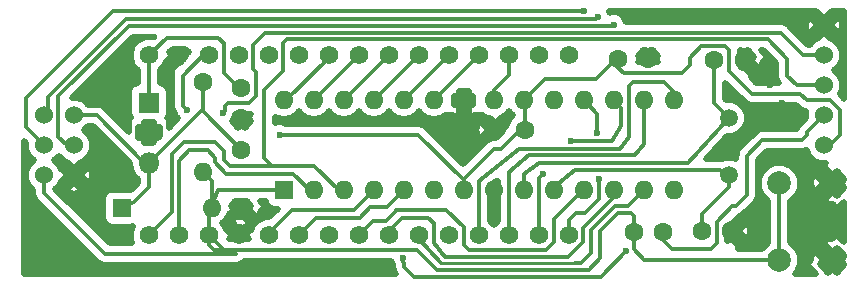
<source format=gbr>
G04 #@! TF.FileFunction,Copper,L2,Bot,Signal*
%FSLAX46Y46*%
G04 Gerber Fmt 4.6, Leading zero omitted, Abs format (unit mm)*
G04 Created by KiCad (PCBNEW 4.0.7) date 11/09/21 23:28:09*
%MOMM*%
%LPD*%
G01*
G04 APERTURE LIST*
%ADD10C,0.100000*%
%ADD11R,1.600000X1.600000*%
%ADD12O,1.600000X1.600000*%
%ADD13C,1.600000*%
%ADD14C,2.000000*%
%ADD15R,1.800000X1.800000*%
%ADD16O,1.800000X1.800000*%
%ADD17C,1.500000*%
%ADD18C,1.574800*%
%ADD19C,1.524000*%
%ADD20C,0.600000*%
%ADD21C,0.350000*%
%ADD22C,0.250000*%
%ADD23C,0.500000*%
G04 APERTURE END LIST*
D10*
D11*
X144780000Y-92710000D03*
D12*
X177800000Y-85090000D03*
X147320000Y-92710000D03*
X175260000Y-85090000D03*
X149860000Y-92710000D03*
X172720000Y-85090000D03*
X152400000Y-92710000D03*
X170180000Y-85090000D03*
X154940000Y-92710000D03*
X167640000Y-85090000D03*
X157480000Y-92710000D03*
X165100000Y-85090000D03*
X160020000Y-92710000D03*
X162560000Y-85090000D03*
X162560000Y-92710000D03*
X160020000Y-85090000D03*
X165100000Y-92710000D03*
X157480000Y-85090000D03*
X167640000Y-92710000D03*
X154940000Y-85090000D03*
X170180000Y-92710000D03*
X152400000Y-85090000D03*
X172720000Y-92710000D03*
X149860000Y-85090000D03*
X175260000Y-92710000D03*
X147320000Y-85090000D03*
X177800000Y-92710000D03*
X144780000Y-85090000D03*
D13*
X141190000Y-84060000D03*
X141190000Y-86560000D03*
X173100000Y-81580000D03*
X175600000Y-81580000D03*
X181230000Y-81670000D03*
X183730000Y-81670000D03*
X180170000Y-96180000D03*
X182670000Y-96180000D03*
X176900000Y-96200000D03*
X174400000Y-96200000D03*
D11*
X131060000Y-94220000D03*
D12*
X138680000Y-94220000D03*
D13*
X137910000Y-83540000D03*
D12*
X137910000Y-91160000D03*
D14*
X186720000Y-92120000D03*
X191220000Y-92120000D03*
X186720000Y-98620000D03*
X191220000Y-98620000D03*
D15*
X133360000Y-85270000D03*
D16*
X133360000Y-87810000D03*
X133360000Y-90350000D03*
D17*
X182460000Y-86560000D03*
X182460000Y-91440000D03*
D13*
X141180000Y-89270000D03*
X141180000Y-94270000D03*
D18*
X133350000Y-81280000D03*
X133350000Y-96520000D03*
X135890000Y-81280000D03*
X135890000Y-96520000D03*
X138430000Y-81280000D03*
X138430000Y-96520000D03*
X140970000Y-81280000D03*
X140970000Y-96520000D03*
X143510000Y-81280000D03*
X143510000Y-96520000D03*
X146050000Y-81280000D03*
X146050000Y-96520000D03*
X148590000Y-81280000D03*
X148590000Y-96520000D03*
X151130000Y-81280000D03*
X151130000Y-96520000D03*
X153670000Y-81280000D03*
X153670000Y-96520000D03*
X156210000Y-81280000D03*
X156210000Y-96520000D03*
X158750000Y-81280000D03*
X158750000Y-96520000D03*
X161290000Y-81280000D03*
X161290000Y-96520000D03*
X163830000Y-81280000D03*
X163830000Y-96520000D03*
X166370000Y-81280000D03*
X166370000Y-96520000D03*
X168910000Y-81280000D03*
X168910000Y-96520000D03*
D19*
X124460000Y-86360000D03*
X127000000Y-86360000D03*
X124460000Y-88900000D03*
X127000000Y-88900000D03*
X124460000Y-91440000D03*
X127000000Y-91440000D03*
X190500000Y-78740000D03*
X190500000Y-81280000D03*
X190500000Y-83820000D03*
X190500000Y-86360000D03*
X190500000Y-88900000D03*
D13*
X165160000Y-87600000D03*
X162660000Y-87600000D03*
D20*
X152550000Y-99240000D03*
X149900000Y-99260000D03*
X147570000Y-99110000D03*
X144890000Y-99150000D03*
X184150000Y-77724000D03*
X181864000Y-77724000D03*
X179950000Y-77750000D03*
X178310000Y-77770000D03*
X185714000Y-77762000D03*
X188254000Y-77762000D03*
X133790000Y-79710000D03*
X132380000Y-79940000D03*
X131590000Y-80630000D03*
X130480000Y-82280000D03*
X130230000Y-84180000D03*
X129750000Y-85600000D03*
X129250000Y-89520000D03*
X128750000Y-90830000D03*
X159980000Y-89920000D03*
X145460000Y-86810000D03*
X147800000Y-86810000D03*
X149840000Y-86780000D03*
X151600000Y-86870000D03*
X160290000Y-87840000D03*
X158480000Y-87030000D03*
X155540000Y-87090000D03*
X153560000Y-86980000D03*
X189484000Y-96520000D03*
X189484000Y-94488000D03*
X189484000Y-92456000D03*
X188976000Y-90932000D03*
X187960000Y-89916000D03*
X187960000Y-87376000D03*
X186944000Y-85344000D03*
X185928000Y-83820000D03*
X123670000Y-94690000D03*
X124460000Y-96520000D03*
X124968000Y-97536000D03*
X125984000Y-98552000D03*
X127508000Y-99060000D03*
X129032000Y-99568000D03*
X131064000Y-99060000D03*
X134250000Y-99080000D03*
X136700000Y-99060000D03*
X137668000Y-99060000D03*
X139700000Y-99060000D03*
X142180000Y-99050000D03*
X139590000Y-86170000D03*
X136570000Y-85920000D03*
X173760000Y-97880000D03*
X154890000Y-98450000D03*
X172700000Y-78680000D03*
X169090000Y-88490000D03*
X166680000Y-91310000D03*
X170220000Y-77480000D03*
X171370000Y-78030000D03*
X171330000Y-87810000D03*
X171460000Y-91740000D03*
X144410000Y-88000000D03*
D21*
X141190000Y-84060000D02*
X141000000Y-84060000D01*
X141000000Y-84060000D02*
X139670000Y-82730000D01*
X134850000Y-79780000D02*
X133350000Y-81280000D01*
X139180000Y-79780000D02*
X134850000Y-79780000D01*
X139670000Y-80270000D02*
X139180000Y-79780000D01*
X139670000Y-82730000D02*
X139670000Y-80270000D01*
X133360000Y-85270000D02*
X133360000Y-81290000D01*
X133360000Y-81290000D02*
X133350000Y-81280000D01*
X140540000Y-84050000D02*
X141190000Y-84060000D01*
X133350000Y-81280000D02*
X133350000Y-80640000D01*
X133200000Y-81430000D02*
X133350000Y-81280000D01*
X143810000Y-90610000D02*
X143750000Y-90610000D01*
X188220000Y-83820000D02*
X190500000Y-83820000D01*
X187410000Y-83010000D02*
X188220000Y-83820000D01*
X187410000Y-81580000D02*
X187410000Y-83010000D01*
X185760000Y-79930000D02*
X187410000Y-81580000D01*
X145060000Y-79930000D02*
X185760000Y-79930000D01*
X144720000Y-80270000D02*
X145060000Y-79930000D01*
X144720000Y-82560000D02*
X144720000Y-80270000D01*
X143110000Y-84170000D02*
X144720000Y-82560000D01*
X143110000Y-89970000D02*
X143110000Y-84170000D01*
X143750000Y-90610000D02*
X143110000Y-89970000D01*
X149860000Y-92710000D02*
X149420000Y-92710000D01*
X149420000Y-92710000D02*
X147320000Y-90610000D01*
X147320000Y-90610000D02*
X143810000Y-90610000D01*
X143810000Y-90610000D02*
X140190000Y-90610000D01*
X140190000Y-90610000D02*
X139700000Y-90120000D01*
X139700000Y-90120000D02*
X139700000Y-89370000D01*
X139700000Y-89370000D02*
X138950000Y-88620000D01*
X138950000Y-88620000D02*
X136360000Y-88620000D01*
X136360000Y-88620000D02*
X135339998Y-89640002D01*
X135339998Y-89640002D02*
X135339998Y-94530002D01*
X135339998Y-94530002D02*
X133350000Y-96520000D01*
X133350000Y-96520000D02*
X133660000Y-96520000D01*
X152490000Y-99180000D02*
X152550000Y-99240000D01*
X149980000Y-99180000D02*
X152490000Y-99180000D01*
X149900000Y-99260000D02*
X149980000Y-99180000D01*
X144930000Y-99110000D02*
X147570000Y-99110000D01*
X144890000Y-99150000D02*
X144930000Y-99110000D01*
X181864000Y-77724000D02*
X184150000Y-77724000D01*
X179020000Y-77750000D02*
X179950000Y-77750000D01*
X178310000Y-77770000D02*
X179020000Y-77750000D01*
X185714000Y-77762000D02*
X188254000Y-77762000D01*
X132410000Y-79910000D02*
X133790000Y-79710000D01*
X132380000Y-79940000D02*
X132410000Y-79910000D01*
X131320000Y-81440000D02*
X131590000Y-80630000D01*
X130480000Y-82280000D02*
X131320000Y-81440000D01*
X129840000Y-85510000D02*
X130230000Y-84180000D01*
X129750000Y-85600000D02*
X129840000Y-85510000D01*
X129250000Y-90330000D02*
X129250000Y-89520000D01*
X128750000Y-90830000D02*
X129250000Y-90330000D01*
X159980000Y-89920000D02*
X160290000Y-89610000D01*
X160290000Y-89610000D02*
X160290000Y-87840000D01*
X145460000Y-86810000D02*
X147800000Y-86810000D01*
X149840000Y-86780000D02*
X149930000Y-86870000D01*
X149930000Y-86870000D02*
X151600000Y-86870000D01*
X159290000Y-87840000D02*
X160290000Y-87840000D01*
X158480000Y-87030000D02*
X159290000Y-87840000D01*
X153670000Y-87090000D02*
X155540000Y-87090000D01*
X153560000Y-86980000D02*
X153670000Y-87090000D01*
X191220000Y-98620000D02*
X191220000Y-98256000D01*
X191220000Y-98256000D02*
X189484000Y-96520000D01*
X189484000Y-94488000D02*
X189484000Y-92456000D01*
X188976000Y-90932000D02*
X188468000Y-90424000D01*
X188468000Y-90424000D02*
X187960000Y-89916000D01*
X187960000Y-87376000D02*
X186944000Y-86360000D01*
X186944000Y-86360000D02*
X186944000Y-85344000D01*
X185928000Y-83820000D02*
X183778000Y-81670000D01*
X183778000Y-81670000D02*
X183730000Y-81670000D01*
X123670000Y-94690000D02*
X124460000Y-96520000D01*
X124968000Y-97536000D02*
X125984000Y-98552000D01*
X127508000Y-99060000D02*
X128016000Y-99568000D01*
X128016000Y-99568000D02*
X129032000Y-99568000D01*
X131064000Y-99060000D02*
X134250000Y-99080000D01*
X136700000Y-99060000D02*
X137668000Y-99060000D01*
X139700000Y-99060000D02*
X142180000Y-99050000D01*
X167730000Y-79379998D02*
X186859998Y-79379998D01*
X188760000Y-81280000D02*
X190500000Y-81280000D01*
X186859998Y-79379998D02*
X188760000Y-81280000D01*
X143220002Y-79379998D02*
X167730000Y-79379998D01*
X167730000Y-79379998D02*
X167960000Y-79379998D01*
X142200000Y-80400000D02*
X143220002Y-79379998D01*
X142200000Y-82400000D02*
X142200000Y-80400000D01*
X142460000Y-82660000D02*
X142200000Y-82400000D01*
X142460000Y-84690000D02*
X142460000Y-82660000D01*
X141850000Y-85300000D02*
X142460000Y-84690000D01*
X140050000Y-85300000D02*
X141850000Y-85300000D01*
X139760000Y-85590000D02*
X140050000Y-85300000D01*
X139760000Y-86000000D02*
X139760000Y-85590000D01*
X139590000Y-86170000D02*
X139760000Y-86000000D01*
X147320000Y-92710000D02*
X146990000Y-92710000D01*
X146990000Y-92710000D02*
X145560000Y-91280000D01*
X135890000Y-90200000D02*
X135890000Y-96520000D01*
X136770000Y-89320000D02*
X135890000Y-90200000D01*
X138330000Y-89320000D02*
X136770000Y-89320000D01*
X138970000Y-89960000D02*
X138330000Y-89320000D01*
X138970000Y-90330000D02*
X138970000Y-89960000D01*
X139920000Y-91280000D02*
X138970000Y-90330000D01*
X145560000Y-91280000D02*
X139920000Y-91280000D01*
X138430000Y-96520000D02*
X138430000Y-97340000D01*
X156050000Y-97750000D02*
X156400000Y-98100000D01*
X138840000Y-97750000D02*
X156050000Y-97750000D01*
X138430000Y-97340000D02*
X138840000Y-97750000D01*
X138680000Y-94220000D02*
X138680000Y-91930000D01*
X138680000Y-91930000D02*
X137910000Y-91160000D01*
X138430000Y-96520000D02*
X138430000Y-94470000D01*
X138430000Y-94470000D02*
X138680000Y-94220000D01*
X169590000Y-99430002D02*
X170579998Y-99430002D01*
X157730002Y-99430002D02*
X156400000Y-98100000D01*
X169590000Y-99430002D02*
X157730002Y-99430002D01*
X170579998Y-99430002D02*
X171540000Y-98470000D01*
X171540000Y-98470000D02*
X171540000Y-96110000D01*
X171540000Y-96110000D02*
X173040000Y-94610000D01*
X173040000Y-94610000D02*
X174160000Y-94610000D01*
X174160000Y-94610000D02*
X174400000Y-94850000D01*
X174400000Y-94850000D02*
X174400000Y-96200000D01*
X174400000Y-96200000D02*
X174400000Y-97660000D01*
X174400000Y-97660000D02*
X175300000Y-98560000D01*
X175300000Y-98560000D02*
X186660000Y-98560000D01*
X186660000Y-98560000D02*
X186720000Y-98620000D01*
X186720000Y-92120000D02*
X186720000Y-98620000D01*
X136570000Y-85920000D02*
X136210000Y-85560000D01*
X136210000Y-85560000D02*
X136210000Y-82980000D01*
X136210000Y-82980000D02*
X137910000Y-81280000D01*
X137910000Y-81280000D02*
X138430000Y-81280000D01*
X140710000Y-98100000D02*
X129640000Y-98100000D01*
X124460000Y-92920000D02*
X124460000Y-91440000D01*
X129640000Y-98100000D02*
X124460000Y-92920000D01*
X138590000Y-94310000D02*
X138680000Y-94220000D01*
X138680000Y-94220000D02*
X138680000Y-93920000D01*
X138680000Y-93920000D02*
X139220000Y-92710000D01*
X139220000Y-92710000D02*
X144780000Y-92710000D01*
X174400000Y-96200000D02*
X174275000Y-96200000D01*
X140710000Y-98100000D02*
X140010000Y-98100000D01*
X140010000Y-98100000D02*
X138430000Y-96520000D01*
X143510000Y-96520000D02*
X143510000Y-96330000D01*
X143510000Y-96330000D02*
X145470000Y-94370000D01*
X145470000Y-94370000D02*
X150740000Y-94370000D01*
X150740000Y-94370000D02*
X152400000Y-92710000D01*
X146050000Y-96520000D02*
X146050000Y-96510000D01*
X146050000Y-96510000D02*
X147540000Y-95020000D01*
X147540000Y-95020000D02*
X151210000Y-95020000D01*
X151210000Y-95020000D02*
X152110000Y-94120000D01*
X152110000Y-94120000D02*
X153530000Y-94120000D01*
X153530000Y-94120000D02*
X154940000Y-92710000D01*
X144780000Y-85090000D02*
X145000000Y-85090000D01*
X145000000Y-85090000D02*
X148590000Y-81500000D01*
X148590000Y-81500000D02*
X148590000Y-81280000D01*
X147320000Y-85090000D02*
X151130000Y-81280000D01*
X154270000Y-94370000D02*
X154270000Y-94450000D01*
X153420000Y-95300000D02*
X152350000Y-95300000D01*
X154270000Y-94450000D02*
X153420000Y-95300000D01*
X170180000Y-92710000D02*
X170070000Y-92710000D01*
X170070000Y-92710000D02*
X167650000Y-95130000D01*
X167650000Y-95130000D02*
X167650000Y-97080000D01*
X167650000Y-97080000D02*
X166970002Y-97759998D01*
X166970002Y-97759998D02*
X160439998Y-97759998D01*
X160439998Y-97759998D02*
X159990000Y-97310000D01*
X159990000Y-97310000D02*
X159990000Y-95840000D01*
X159990000Y-95840000D02*
X158520000Y-94370000D01*
X158520000Y-94370000D02*
X154270000Y-94370000D01*
X152350000Y-95300000D02*
X151130000Y-96520000D01*
X149860000Y-85090000D02*
X153670000Y-81280000D01*
X168420000Y-98310000D02*
X168860000Y-98310000D01*
X170120000Y-95880000D02*
X172720000Y-93280000D01*
X170120000Y-97050000D02*
X170120000Y-95880000D01*
X168860000Y-98310000D02*
X170120000Y-97050000D01*
X172720000Y-93280000D02*
X172720000Y-92710000D01*
X172720000Y-92710000D02*
X172720000Y-93280000D01*
X153670000Y-96520000D02*
X153670000Y-96130000D01*
X153670000Y-96130000D02*
X154760000Y-95040000D01*
X154760000Y-95040000D02*
X157010000Y-95040000D01*
X157010000Y-95040000D02*
X157460000Y-95490000D01*
X157460000Y-95490000D02*
X157460000Y-97130000D01*
X157460000Y-97130000D02*
X158400000Y-98310000D01*
X158400000Y-98310000D02*
X168420000Y-98310000D01*
X152400000Y-85090000D02*
X156210000Y-81280000D01*
X170820000Y-96940000D02*
X170810000Y-96940000D01*
X170820000Y-98010000D02*
X170820000Y-96940000D01*
X169950000Y-98880000D02*
X170820000Y-98010000D01*
X169410000Y-98880000D02*
X169950000Y-98880000D01*
X170810000Y-96940000D02*
X170810000Y-96030000D01*
X173950000Y-94020000D02*
X175260000Y-92710000D01*
X172820000Y-94020000D02*
X173950000Y-94020000D01*
X170810000Y-96030000D02*
X172820000Y-94020000D01*
X174990000Y-92710000D02*
X175260000Y-92710000D01*
X156210000Y-96520000D02*
X156210000Y-96850000D01*
X156210000Y-96850000D02*
X158070000Y-98880000D01*
D22*
X158070000Y-98880000D02*
X169410000Y-98880000D01*
D21*
X154940000Y-85090000D02*
X158750000Y-81280000D01*
X173760000Y-97880000D02*
X171590000Y-100050000D01*
X171590000Y-100050000D02*
X155810000Y-100050000D01*
X155810000Y-100050000D02*
X154960000Y-99200000D01*
X154960000Y-99200000D02*
X154890000Y-98450000D01*
X157480000Y-85090000D02*
X161290000Y-81280000D01*
X171540000Y-89170000D02*
X173280000Y-89170000D01*
X176980000Y-83540000D02*
X177800000Y-84360000D01*
X174310000Y-83540000D02*
X176980000Y-83540000D01*
X173980000Y-83870000D02*
X174310000Y-83540000D01*
X173980000Y-88170000D02*
X173980000Y-83870000D01*
X173280000Y-89170000D02*
X173980000Y-88170000D01*
X177800000Y-84360000D02*
X177800000Y-85090000D01*
X177800000Y-84390000D02*
X177800000Y-85090000D01*
X161290000Y-96520000D02*
X161290000Y-91900000D01*
X164710000Y-89180000D02*
X171540000Y-89170000D01*
X161290000Y-91900000D02*
X164710000Y-89180000D01*
X171550000Y-89740000D02*
X174540000Y-89740000D01*
X175260000Y-88800000D02*
X175260000Y-85090000D01*
X174540000Y-89740000D02*
X175260000Y-88800000D01*
X163830000Y-96520000D02*
X163830000Y-95500000D01*
X165550000Y-89740000D02*
X171550000Y-89740000D01*
X171550000Y-89740000D02*
X171650000Y-89740000D01*
X163800000Y-91160000D02*
X165550000Y-89740000D01*
X163800000Y-95470000D02*
X163800000Y-91160000D01*
X163830000Y-95500000D02*
X163800000Y-95470000D01*
X172610000Y-78770000D02*
X170950000Y-78770000D01*
X172700000Y-78680000D02*
X172610000Y-78770000D01*
X165800000Y-78770000D02*
X131630000Y-78770000D01*
X131630000Y-78770000D02*
X125680000Y-84720000D01*
X164890000Y-78770000D02*
X165800000Y-78770000D01*
X165800000Y-78770000D02*
X170950000Y-78770000D01*
X169090000Y-88490000D02*
X172590000Y-88490000D01*
X173350000Y-85720000D02*
X172720000Y-85090000D01*
X173350000Y-87220000D02*
X173350000Y-85720000D01*
X172590000Y-88490000D02*
X173350000Y-87220000D01*
X127000000Y-88900000D02*
X126430000Y-88900000D01*
X126430000Y-88900000D02*
X125680000Y-88150000D01*
X125680000Y-88150000D02*
X125680000Y-84720000D01*
X164890000Y-78770000D02*
X164900000Y-78780000D01*
X166370000Y-96520000D02*
X166370000Y-91620000D01*
X169090000Y-88490000D02*
X169100000Y-88480000D01*
X166370000Y-91620000D02*
X166680000Y-91310000D01*
X122920000Y-87360000D02*
X124460000Y-88900000D01*
X122920000Y-84890000D02*
X122920000Y-87360000D01*
X130280000Y-77530000D02*
X122920000Y-84890000D01*
X170170000Y-77530000D02*
X130280000Y-77530000D01*
X170220000Y-77480000D02*
X170170000Y-77530000D01*
X171330000Y-87810000D02*
X171330000Y-86240000D01*
X171330000Y-86240000D02*
X170180000Y-85090000D01*
X124790000Y-84832180D02*
X124790000Y-86030000D01*
X131402182Y-78219998D02*
X124790000Y-84832180D01*
X171180002Y-78219998D02*
X131402182Y-78219998D01*
X171370000Y-78030000D02*
X171180002Y-78219998D01*
X124790000Y-86030000D02*
X124460000Y-86360000D01*
X171455203Y-93180059D02*
X171455203Y-93394797D01*
X168910000Y-95210000D02*
X168910000Y-96520000D01*
X169510000Y-94610000D02*
X168910000Y-95210000D01*
X170240000Y-94610000D02*
X169510000Y-94610000D01*
X171455203Y-93394797D02*
X170240000Y-94610000D01*
X171455203Y-93180059D02*
X171460000Y-91740000D01*
X173100000Y-81580000D02*
X172928000Y-81580000D01*
X172928000Y-81580000D02*
X171196000Y-83312000D01*
X166878000Y-83312000D02*
X165100000Y-85090000D01*
X171196000Y-83312000D02*
X166878000Y-83312000D01*
X160020000Y-92710000D02*
X160020000Y-91750000D01*
X163150000Y-89210000D02*
X164760000Y-87600000D01*
X162560000Y-89210000D02*
X163150000Y-89210000D01*
X160020000Y-91750000D02*
X162560000Y-89210000D01*
X164760000Y-87600000D02*
X165160000Y-87600000D01*
X165160000Y-87600000D02*
X165160000Y-85150000D01*
X165160000Y-85150000D02*
X165100000Y-85090000D01*
X173100000Y-81580000D02*
X173100000Y-82310000D01*
X173100000Y-82310000D02*
X173540000Y-82780000D01*
X191870000Y-88050000D02*
X191020000Y-88900000D01*
X191870000Y-85920000D02*
X191870000Y-88050000D01*
X191000000Y-85050000D02*
X191870000Y-85920000D01*
X189030000Y-85050000D02*
X191000000Y-85050000D01*
X188500000Y-84520000D02*
X189030000Y-85050000D01*
X184410000Y-84520000D02*
X188500000Y-84520000D01*
X182480000Y-82590000D02*
X184410000Y-84520000D01*
X182480000Y-80850000D02*
X182480000Y-82590000D01*
X182110002Y-80480002D02*
X182480000Y-80850000D01*
X180129998Y-80480002D02*
X182110002Y-80480002D01*
X179150000Y-81460000D02*
X180129998Y-80480002D01*
X179150000Y-82110000D02*
X179150000Y-81460000D01*
X178470000Y-82790000D02*
X179150000Y-82110000D01*
X173540000Y-82780000D02*
X178470000Y-82790000D01*
X191020000Y-88900000D02*
X190500000Y-88900000D01*
X160020000Y-92710000D02*
X160020000Y-91850000D01*
X156170000Y-88000000D02*
X144410000Y-88000000D01*
X160020000Y-91850000D02*
X156170000Y-88000000D01*
X137910000Y-83540000D02*
X137910000Y-86000000D01*
X137910000Y-86000000D02*
X141180000Y-89270000D01*
X137910000Y-83540000D02*
X137910000Y-85800000D01*
X137910000Y-85800000D02*
X133360000Y-90350000D01*
X133360000Y-90350000D02*
X132960000Y-90350000D01*
X132960000Y-90350000D02*
X128970000Y-86360000D01*
X128970000Y-86360000D02*
X127000000Y-86360000D01*
X133360000Y-90350000D02*
X133360000Y-92450000D01*
X132100000Y-93710000D02*
X131060000Y-94220000D01*
X133360000Y-92450000D02*
X132100000Y-93710000D01*
X133760000Y-89950000D02*
X133360000Y-90350000D01*
X164690000Y-85500000D02*
X165100000Y-85090000D01*
X176900000Y-96200000D02*
X176900000Y-96940000D01*
X176900000Y-96940000D02*
X177620000Y-97660000D01*
X177620000Y-97660000D02*
X180950000Y-97660000D01*
X180950000Y-97660000D02*
X181410000Y-97200000D01*
X181410000Y-97200000D02*
X181410000Y-95380000D01*
X181410000Y-95380000D02*
X182740000Y-94050000D01*
X182740000Y-94050000D02*
X183040000Y-94050000D01*
X183040000Y-94050000D02*
X184010000Y-93080000D01*
X184010000Y-93080000D02*
X184010000Y-89760000D01*
X184010000Y-89760000D02*
X185300000Y-88470000D01*
X185300000Y-88470000D02*
X188670000Y-88470000D01*
X188670000Y-88470000D02*
X189100000Y-88040000D01*
X189100000Y-88040000D02*
X189100000Y-87760000D01*
X189100000Y-87760000D02*
X190500000Y-86360000D01*
X190500000Y-86360000D02*
X190050000Y-86360000D01*
X181230000Y-81670000D02*
X181230000Y-85330000D01*
X181230000Y-85330000D02*
X182460000Y-86560000D01*
X165100000Y-92710000D02*
X165100000Y-91360000D01*
X178980000Y-90350000D02*
X182460000Y-86560000D01*
X166420000Y-90350000D02*
X178980000Y-90350000D01*
X165100000Y-91360000D02*
X166420000Y-90350000D01*
X182460000Y-91440000D02*
X182460000Y-92380000D01*
X180170000Y-94670000D02*
X180170000Y-96180000D01*
X182460000Y-92380000D02*
X180170000Y-94670000D01*
X167640000Y-92710000D02*
X167640000Y-92400000D01*
X167640000Y-92400000D02*
X169430000Y-90964000D01*
X169430000Y-90964000D02*
X181690000Y-90964000D01*
X181690000Y-90964000D02*
X182460000Y-91440000D01*
X162560000Y-85090000D02*
X162560000Y-84230000D01*
X163830000Y-82960000D02*
X163830000Y-81280000D01*
X162560000Y-84230000D02*
X163830000Y-82960000D01*
D23*
G36*
X122948177Y-88696325D02*
X122947738Y-89199436D01*
X123177441Y-89755360D01*
X123591708Y-90170351D01*
X123178936Y-90582402D01*
X122948263Y-91137925D01*
X122947738Y-91739436D01*
X123177441Y-92295360D01*
X123535000Y-92653544D01*
X123535000Y-92920000D01*
X123605411Y-93273983D01*
X123805926Y-93574074D01*
X128985926Y-98754074D01*
X129286017Y-98954589D01*
X129640000Y-99025000D01*
X140710000Y-99025000D01*
X141063982Y-98954589D01*
X141364074Y-98754074D01*
X141416910Y-98675000D01*
X153846866Y-98675000D01*
X153999334Y-99044000D01*
X154018182Y-99062881D01*
X154039003Y-99285960D01*
X154078447Y-99418424D01*
X154105411Y-99553983D01*
X154129586Y-99590163D01*
X154142004Y-99631867D01*
X154229140Y-99739157D01*
X154242399Y-99759000D01*
X122745000Y-99759000D01*
X122745000Y-88493148D01*
X122948177Y-88696325D01*
X122948177Y-88696325D01*
G37*
X122948177Y-88696325D02*
X122947738Y-89199436D01*
X123177441Y-89755360D01*
X123591708Y-90170351D01*
X123178936Y-90582402D01*
X122948263Y-91137925D01*
X122947738Y-91739436D01*
X123177441Y-92295360D01*
X123535000Y-92653544D01*
X123535000Y-92920000D01*
X123605411Y-93273983D01*
X123805926Y-93574074D01*
X128985926Y-98754074D01*
X129286017Y-98954589D01*
X129640000Y-99025000D01*
X140710000Y-99025000D01*
X141063982Y-98954589D01*
X141364074Y-98754074D01*
X141416910Y-98675000D01*
X153846866Y-98675000D01*
X153999334Y-99044000D01*
X154018182Y-99062881D01*
X154039003Y-99285960D01*
X154078447Y-99418424D01*
X154105411Y-99553983D01*
X154129586Y-99590163D01*
X154142004Y-99631867D01*
X154229140Y-99739157D01*
X154242399Y-99759000D01*
X122745000Y-99759000D01*
X122745000Y-88493148D01*
X122948177Y-88696325D01*
G36*
X189217441Y-89755360D02*
X189642402Y-90181064D01*
X190197925Y-90411737D01*
X190720140Y-90412193D01*
X190612759Y-90433552D01*
X190496655Y-90689548D01*
X191220000Y-91412893D01*
X191573554Y-91059340D01*
X192215000Y-91700786D01*
X192215000Y-91832107D01*
X191927107Y-92120000D01*
X192215000Y-92407893D01*
X192215000Y-92539214D01*
X191573554Y-93180661D01*
X191220000Y-92827107D01*
X190496655Y-93550452D01*
X190612759Y-93806448D01*
X191231769Y-93899539D01*
X191600099Y-94267869D01*
X192215000Y-93652968D01*
X192215000Y-97087032D01*
X191600099Y-96472131D01*
X191228692Y-96843538D01*
X191135642Y-96829545D01*
X190612759Y-96933552D01*
X190496655Y-97189548D01*
X191220000Y-97912893D01*
X191573554Y-97559340D01*
X192215000Y-98200786D01*
X192215000Y-98332107D01*
X191927107Y-98620000D01*
X192215000Y-98907893D01*
X192215000Y-99039214D01*
X191573554Y-99680661D01*
X191220000Y-99327107D01*
X190866447Y-99680661D01*
X190159340Y-98973554D01*
X190512893Y-98620000D01*
X189789548Y-97896655D01*
X189533552Y-98012759D01*
X189440461Y-98631769D01*
X189072131Y-99000099D01*
X189831032Y-99759000D01*
X188056047Y-99759000D01*
X188202713Y-99612590D01*
X188469696Y-98969624D01*
X188470304Y-98273431D01*
X188204443Y-97629999D01*
X187712590Y-97137287D01*
X187645000Y-97109221D01*
X187645000Y-93631301D01*
X187710001Y-93604443D01*
X188202713Y-93112590D01*
X188469696Y-92469624D01*
X188469927Y-92204358D01*
X189429545Y-92204358D01*
X189533552Y-92727241D01*
X189789548Y-92843345D01*
X190512893Y-92120000D01*
X189789548Y-91396655D01*
X189533552Y-91512759D01*
X189429545Y-92204358D01*
X188469927Y-92204358D01*
X188470304Y-91773431D01*
X188204443Y-91129999D01*
X187712590Y-90637287D01*
X187069624Y-90370304D01*
X186373431Y-90369696D01*
X185729999Y-90635557D01*
X185237287Y-91127410D01*
X184970304Y-91770376D01*
X184969696Y-92466569D01*
X185235557Y-93110001D01*
X185727410Y-93602713D01*
X185795000Y-93630779D01*
X185795000Y-97108699D01*
X185729999Y-97135557D01*
X185237287Y-97627410D01*
X185234135Y-97635000D01*
X183258198Y-97635000D01*
X183335119Y-97410805D01*
X182670000Y-96745685D01*
X182387157Y-97028528D01*
X182335000Y-96976371D01*
X182335000Y-96180000D01*
X183235685Y-96180000D01*
X183900805Y-96845119D01*
X184148846Y-96760017D01*
X184258239Y-96149936D01*
X184148846Y-95599983D01*
X183900805Y-95514881D01*
X183235685Y-96180000D01*
X182335000Y-96180000D01*
X182335000Y-95763148D01*
X182576917Y-95521231D01*
X182670000Y-95614315D01*
X183335119Y-94949195D01*
X183324553Y-94918399D01*
X183393983Y-94904589D01*
X183694074Y-94704074D01*
X184664074Y-93734074D01*
X184864589Y-93433983D01*
X184935000Y-93080000D01*
X184935000Y-90143148D01*
X185683147Y-89395000D01*
X188670000Y-89395000D01*
X189023983Y-89324589D01*
X189036104Y-89316490D01*
X189217441Y-89755360D01*
X189217441Y-89755360D01*
G37*
X189217441Y-89755360D02*
X189642402Y-90181064D01*
X190197925Y-90411737D01*
X190720140Y-90412193D01*
X190612759Y-90433552D01*
X190496655Y-90689548D01*
X191220000Y-91412893D01*
X191573554Y-91059340D01*
X192215000Y-91700786D01*
X192215000Y-91832107D01*
X191927107Y-92120000D01*
X192215000Y-92407893D01*
X192215000Y-92539214D01*
X191573554Y-93180661D01*
X191220000Y-92827107D01*
X190496655Y-93550452D01*
X190612759Y-93806448D01*
X191231769Y-93899539D01*
X191600099Y-94267869D01*
X192215000Y-93652968D01*
X192215000Y-97087032D01*
X191600099Y-96472131D01*
X191228692Y-96843538D01*
X191135642Y-96829545D01*
X190612759Y-96933552D01*
X190496655Y-97189548D01*
X191220000Y-97912893D01*
X191573554Y-97559340D01*
X192215000Y-98200786D01*
X192215000Y-98332107D01*
X191927107Y-98620000D01*
X192215000Y-98907893D01*
X192215000Y-99039214D01*
X191573554Y-99680661D01*
X191220000Y-99327107D01*
X190866447Y-99680661D01*
X190159340Y-98973554D01*
X190512893Y-98620000D01*
X189789548Y-97896655D01*
X189533552Y-98012759D01*
X189440461Y-98631769D01*
X189072131Y-99000099D01*
X189831032Y-99759000D01*
X188056047Y-99759000D01*
X188202713Y-99612590D01*
X188469696Y-98969624D01*
X188470304Y-98273431D01*
X188204443Y-97629999D01*
X187712590Y-97137287D01*
X187645000Y-97109221D01*
X187645000Y-93631301D01*
X187710001Y-93604443D01*
X188202713Y-93112590D01*
X188469696Y-92469624D01*
X188469927Y-92204358D01*
X189429545Y-92204358D01*
X189533552Y-92727241D01*
X189789548Y-92843345D01*
X190512893Y-92120000D01*
X189789548Y-91396655D01*
X189533552Y-91512759D01*
X189429545Y-92204358D01*
X188469927Y-92204358D01*
X188470304Y-91773431D01*
X188204443Y-91129999D01*
X187712590Y-90637287D01*
X187069624Y-90370304D01*
X186373431Y-90369696D01*
X185729999Y-90635557D01*
X185237287Y-91127410D01*
X184970304Y-91770376D01*
X184969696Y-92466569D01*
X185235557Y-93110001D01*
X185727410Y-93602713D01*
X185795000Y-93630779D01*
X185795000Y-97108699D01*
X185729999Y-97135557D01*
X185237287Y-97627410D01*
X185234135Y-97635000D01*
X183258198Y-97635000D01*
X183335119Y-97410805D01*
X182670000Y-96745685D01*
X182387157Y-97028528D01*
X182335000Y-96976371D01*
X182335000Y-96180000D01*
X183235685Y-96180000D01*
X183900805Y-96845119D01*
X184148846Y-96760017D01*
X184258239Y-96149936D01*
X184148846Y-95599983D01*
X183900805Y-95514881D01*
X183235685Y-96180000D01*
X182335000Y-96180000D01*
X182335000Y-95763148D01*
X182576917Y-95521231D01*
X182670000Y-95614315D01*
X183335119Y-94949195D01*
X183324553Y-94918399D01*
X183393983Y-94904589D01*
X183694074Y-94704074D01*
X184664074Y-93734074D01*
X184864589Y-93433983D01*
X184935000Y-93080000D01*
X184935000Y-90143148D01*
X185683147Y-89395000D01*
X188670000Y-89395000D01*
X189023983Y-89324589D01*
X189036104Y-89316490D01*
X189217441Y-89755360D01*
G36*
X131716412Y-90414560D02*
X131835599Y-91013753D01*
X132193274Y-91549051D01*
X132435000Y-91710567D01*
X132435000Y-92066852D01*
X131846545Y-92655307D01*
X130260000Y-92655307D01*
X129982067Y-92707604D01*
X129726802Y-92871862D01*
X129555554Y-93122492D01*
X129495307Y-93420000D01*
X129495307Y-95020000D01*
X129547604Y-95297933D01*
X129711862Y-95553198D01*
X129962492Y-95724446D01*
X130260000Y-95784693D01*
X131860000Y-95784693D01*
X132001728Y-95758025D01*
X131812868Y-96212851D01*
X131812334Y-96824466D01*
X131957172Y-97175000D01*
X130023148Y-97175000D01*
X125480918Y-92632770D01*
X126346045Y-92632770D01*
X126425255Y-92879265D01*
X127019788Y-92989653D01*
X127574745Y-92879265D01*
X127653955Y-92632770D01*
X127000000Y-91978815D01*
X126346045Y-92632770D01*
X125480918Y-92632770D01*
X125443145Y-92594997D01*
X125741064Y-92297598D01*
X125838685Y-92062500D01*
X126461185Y-91440000D01*
X127538815Y-91440000D01*
X128192770Y-92093955D01*
X128439265Y-92014745D01*
X128549653Y-91420212D01*
X128439265Y-90865255D01*
X128192770Y-90786045D01*
X127538815Y-91440000D01*
X126461185Y-91440000D01*
X125838838Y-90817653D01*
X125742559Y-90584640D01*
X125328292Y-90169649D01*
X125730351Y-89768292D01*
X126142402Y-90181064D01*
X126377500Y-90278685D01*
X127000000Y-90901185D01*
X127622347Y-90278838D01*
X127855360Y-90182559D01*
X128281064Y-89757598D01*
X128511737Y-89202075D01*
X128512262Y-88600564D01*
X128282559Y-88044640D01*
X127868292Y-87629649D01*
X128213544Y-87285000D01*
X128586852Y-87285000D01*
X131716412Y-90414560D01*
X131716412Y-90414560D01*
G37*
X131716412Y-90414560D02*
X131835599Y-91013753D01*
X132193274Y-91549051D01*
X132435000Y-91710567D01*
X132435000Y-92066852D01*
X131846545Y-92655307D01*
X130260000Y-92655307D01*
X129982067Y-92707604D01*
X129726802Y-92871862D01*
X129555554Y-93122492D01*
X129495307Y-93420000D01*
X129495307Y-95020000D01*
X129547604Y-95297933D01*
X129711862Y-95553198D01*
X129962492Y-95724446D01*
X130260000Y-95784693D01*
X131860000Y-95784693D01*
X132001728Y-95758025D01*
X131812868Y-96212851D01*
X131812334Y-96824466D01*
X131957172Y-97175000D01*
X130023148Y-97175000D01*
X125480918Y-92632770D01*
X126346045Y-92632770D01*
X126425255Y-92879265D01*
X127019788Y-92989653D01*
X127574745Y-92879265D01*
X127653955Y-92632770D01*
X127000000Y-91978815D01*
X126346045Y-92632770D01*
X125480918Y-92632770D01*
X125443145Y-92594997D01*
X125741064Y-92297598D01*
X125838685Y-92062500D01*
X126461185Y-91440000D01*
X127538815Y-91440000D01*
X128192770Y-92093955D01*
X128439265Y-92014745D01*
X128549653Y-91420212D01*
X128439265Y-90865255D01*
X128192770Y-90786045D01*
X127538815Y-91440000D01*
X126461185Y-91440000D01*
X125838838Y-90817653D01*
X125742559Y-90584640D01*
X125328292Y-90169649D01*
X125730351Y-89768292D01*
X126142402Y-90181064D01*
X126377500Y-90278685D01*
X127000000Y-90901185D01*
X127622347Y-90278838D01*
X127855360Y-90182559D01*
X128281064Y-89757598D01*
X128511737Y-89202075D01*
X128512262Y-88600564D01*
X128282559Y-88044640D01*
X127868292Y-87629649D01*
X128213544Y-87285000D01*
X128586852Y-87285000D01*
X131716412Y-90414560D01*
G36*
X141180000Y-93704315D02*
X141249315Y-93635000D01*
X141676371Y-93635000D01*
X142028528Y-93987157D01*
X141745685Y-94270000D01*
X142410805Y-94935119D01*
X142658846Y-94850017D01*
X142722446Y-94495323D01*
X143183677Y-94034093D01*
X142784584Y-93635000D01*
X143238828Y-93635000D01*
X143267604Y-93787933D01*
X143431862Y-94043198D01*
X143682492Y-94214446D01*
X143980000Y-94274693D01*
X144257160Y-94274693D01*
X143549218Y-94982634D01*
X143205534Y-94982334D01*
X142640271Y-95215896D01*
X142207416Y-95647996D01*
X142071530Y-95975246D01*
X141526776Y-96520000D01*
X141805164Y-96798388D01*
X141778552Y-96825000D01*
X140161448Y-96825000D01*
X140134836Y-96798388D01*
X140413224Y-96520000D01*
X139868318Y-95975094D01*
X139734104Y-95650271D01*
X139562862Y-95478730D01*
X139806382Y-95316016D01*
X139815878Y-95301803D01*
X140308579Y-95301803D01*
X140518694Y-95511918D01*
X140599983Y-95748846D01*
X140789627Y-95782851D01*
X140970000Y-95963224D01*
X141095523Y-95837701D01*
X141210064Y-95858239D01*
X141760017Y-95748846D01*
X141845119Y-95500805D01*
X141623987Y-95279673D01*
X141548273Y-95054273D01*
X141365421Y-95021107D01*
X141180000Y-94835685D01*
X141051516Y-94964169D01*
X140943345Y-94944549D01*
X140391727Y-95054273D01*
X140308579Y-95301803D01*
X139815878Y-95301803D01*
X140142379Y-94813159D01*
X140160064Y-94724250D01*
X140614315Y-94270000D01*
X140331472Y-93987157D01*
X140683629Y-93635000D01*
X141110685Y-93635000D01*
X141180000Y-93704315D01*
X141180000Y-93704315D01*
G37*
X141180000Y-93704315D02*
X141249315Y-93635000D01*
X141676371Y-93635000D01*
X142028528Y-93987157D01*
X141745685Y-94270000D01*
X142410805Y-94935119D01*
X142658846Y-94850017D01*
X142722446Y-94495323D01*
X143183677Y-94034093D01*
X142784584Y-93635000D01*
X143238828Y-93635000D01*
X143267604Y-93787933D01*
X143431862Y-94043198D01*
X143682492Y-94214446D01*
X143980000Y-94274693D01*
X144257160Y-94274693D01*
X143549218Y-94982634D01*
X143205534Y-94982334D01*
X142640271Y-95215896D01*
X142207416Y-95647996D01*
X142071530Y-95975246D01*
X141526776Y-96520000D01*
X141805164Y-96798388D01*
X141778552Y-96825000D01*
X140161448Y-96825000D01*
X140134836Y-96798388D01*
X140413224Y-96520000D01*
X139868318Y-95975094D01*
X139734104Y-95650271D01*
X139562862Y-95478730D01*
X139806382Y-95316016D01*
X139815878Y-95301803D01*
X140308579Y-95301803D01*
X140518694Y-95511918D01*
X140599983Y-95748846D01*
X140789627Y-95782851D01*
X140970000Y-95963224D01*
X141095523Y-95837701D01*
X141210064Y-95858239D01*
X141760017Y-95748846D01*
X141845119Y-95500805D01*
X141623987Y-95279673D01*
X141548273Y-95054273D01*
X141365421Y-95021107D01*
X141180000Y-94835685D01*
X141051516Y-94964169D01*
X140943345Y-94944549D01*
X140391727Y-95054273D01*
X140308579Y-95301803D01*
X139815878Y-95301803D01*
X140142379Y-94813159D01*
X140160064Y-94724250D01*
X140614315Y-94270000D01*
X140331472Y-93987157D01*
X140683629Y-93635000D01*
X141110685Y-93635000D01*
X141180000Y-93704315D01*
G36*
X162875000Y-95301018D02*
X162559681Y-95615788D01*
X162215000Y-95270505D01*
X162215000Y-92346207D01*
X162763466Y-91910000D01*
X162875000Y-91910000D01*
X162875000Y-95301018D01*
X162875000Y-95301018D01*
G37*
X162875000Y-95301018D02*
X162559681Y-95615788D01*
X162215000Y-95270505D01*
X162215000Y-92346207D01*
X162763466Y-91910000D01*
X162875000Y-91910000D01*
X162875000Y-95301018D01*
G36*
X160420000Y-84690000D02*
X160820000Y-84690000D01*
X160820000Y-85490000D01*
X160420000Y-85490000D01*
X160420000Y-86398737D01*
X160650631Y-86514665D01*
X160912061Y-86340002D01*
X161578000Y-86340002D01*
X161578000Y-86292565D01*
X161966841Y-86552379D01*
X162230512Y-86604827D01*
X162660000Y-87034315D01*
X163139148Y-86555166D01*
X163153159Y-86552379D01*
X163656016Y-86216382D01*
X163830000Y-85955996D01*
X164003984Y-86216382D01*
X164212512Y-86355716D01*
X163846740Y-86720849D01*
X163663468Y-87162218D01*
X163225685Y-87600000D01*
X163338769Y-87713083D01*
X162773083Y-88278769D01*
X162660000Y-88165685D01*
X162535889Y-88289796D01*
X162206018Y-88355411D01*
X161905926Y-88555926D01*
X161905924Y-88555929D01*
X159970000Y-90491852D01*
X157108212Y-87630064D01*
X161071761Y-87630064D01*
X161181154Y-88180017D01*
X161429195Y-88265119D01*
X162094315Y-87600000D01*
X161429195Y-86934881D01*
X161181154Y-87019983D01*
X161071761Y-87630064D01*
X157108212Y-87630064D01*
X156824074Y-87345926D01*
X156523983Y-87145411D01*
X156170000Y-87075000D01*
X144920369Y-87075000D01*
X144619774Y-86950182D01*
X144202058Y-86949818D01*
X144035000Y-87018845D01*
X144035000Y-86450922D01*
X144186841Y-86552379D01*
X144780000Y-86670366D01*
X145373159Y-86552379D01*
X145876016Y-86216382D01*
X146050000Y-85955996D01*
X146223984Y-86216382D01*
X146726841Y-86552379D01*
X147320000Y-86670366D01*
X147913159Y-86552379D01*
X148416016Y-86216382D01*
X148590000Y-85955996D01*
X148763984Y-86216382D01*
X149266841Y-86552379D01*
X149860000Y-86670366D01*
X150453159Y-86552379D01*
X150956016Y-86216382D01*
X151130000Y-85955996D01*
X151303984Y-86216382D01*
X151806841Y-86552379D01*
X152400000Y-86670366D01*
X152993159Y-86552379D01*
X153496016Y-86216382D01*
X153670000Y-85955996D01*
X153843984Y-86216382D01*
X154346841Y-86552379D01*
X154940000Y-86670366D01*
X155533159Y-86552379D01*
X156036016Y-86216382D01*
X156210000Y-85955996D01*
X156383984Y-86216382D01*
X156886841Y-86552379D01*
X157480000Y-86670366D01*
X158073159Y-86552379D01*
X158462000Y-86292565D01*
X158462000Y-86340002D01*
X159127939Y-86340002D01*
X159389369Y-86514665D01*
X159620000Y-86398737D01*
X159620000Y-85490000D01*
X159220000Y-85490000D01*
X159220000Y-84690000D01*
X159620000Y-84690000D01*
X159620000Y-84290000D01*
X160420000Y-84290000D01*
X160420000Y-84690000D01*
X160420000Y-84690000D01*
G37*
X160420000Y-84690000D02*
X160820000Y-84690000D01*
X160820000Y-85490000D01*
X160420000Y-85490000D01*
X160420000Y-86398737D01*
X160650631Y-86514665D01*
X160912061Y-86340002D01*
X161578000Y-86340002D01*
X161578000Y-86292565D01*
X161966841Y-86552379D01*
X162230512Y-86604827D01*
X162660000Y-87034315D01*
X163139148Y-86555166D01*
X163153159Y-86552379D01*
X163656016Y-86216382D01*
X163830000Y-85955996D01*
X164003984Y-86216382D01*
X164212512Y-86355716D01*
X163846740Y-86720849D01*
X163663468Y-87162218D01*
X163225685Y-87600000D01*
X163338769Y-87713083D01*
X162773083Y-88278769D01*
X162660000Y-88165685D01*
X162535889Y-88289796D01*
X162206018Y-88355411D01*
X161905926Y-88555926D01*
X161905924Y-88555929D01*
X159970000Y-90491852D01*
X157108212Y-87630064D01*
X161071761Y-87630064D01*
X161181154Y-88180017D01*
X161429195Y-88265119D01*
X162094315Y-87600000D01*
X161429195Y-86934881D01*
X161181154Y-87019983D01*
X161071761Y-87630064D01*
X157108212Y-87630064D01*
X156824074Y-87345926D01*
X156523983Y-87145411D01*
X156170000Y-87075000D01*
X144920369Y-87075000D01*
X144619774Y-86950182D01*
X144202058Y-86949818D01*
X144035000Y-87018845D01*
X144035000Y-86450922D01*
X144186841Y-86552379D01*
X144780000Y-86670366D01*
X145373159Y-86552379D01*
X145876016Y-86216382D01*
X146050000Y-85955996D01*
X146223984Y-86216382D01*
X146726841Y-86552379D01*
X147320000Y-86670366D01*
X147913159Y-86552379D01*
X148416016Y-86216382D01*
X148590000Y-85955996D01*
X148763984Y-86216382D01*
X149266841Y-86552379D01*
X149860000Y-86670366D01*
X150453159Y-86552379D01*
X150956016Y-86216382D01*
X151130000Y-85955996D01*
X151303984Y-86216382D01*
X151806841Y-86552379D01*
X152400000Y-86670366D01*
X152993159Y-86552379D01*
X153496016Y-86216382D01*
X153670000Y-85955996D01*
X153843984Y-86216382D01*
X154346841Y-86552379D01*
X154940000Y-86670366D01*
X155533159Y-86552379D01*
X156036016Y-86216382D01*
X156210000Y-85955996D01*
X156383984Y-86216382D01*
X156886841Y-86552379D01*
X157480000Y-86670366D01*
X158073159Y-86552379D01*
X158462000Y-86292565D01*
X158462000Y-86340002D01*
X159127939Y-86340002D01*
X159389369Y-86514665D01*
X159620000Y-86398737D01*
X159620000Y-85490000D01*
X159220000Y-85490000D01*
X159220000Y-84690000D01*
X159620000Y-84690000D01*
X159620000Y-84290000D01*
X160420000Y-84290000D01*
X160420000Y-84690000D01*
G36*
X183755926Y-85174074D02*
X184056017Y-85374589D01*
X184410000Y-85445000D01*
X188116852Y-85445000D01*
X188375926Y-85704074D01*
X188676017Y-85904589D01*
X189023254Y-85973658D01*
X188988263Y-86057925D01*
X188987821Y-86564031D01*
X188445926Y-87105926D01*
X188245411Y-87406017D01*
X188217766Y-87545000D01*
X185300000Y-87545000D01*
X184946018Y-87615411D01*
X184645926Y-87815926D01*
X184645924Y-87815929D01*
X183355926Y-89105926D01*
X183155411Y-89406017D01*
X183111156Y-89628506D01*
X183085000Y-89760000D01*
X183085000Y-90075347D01*
X182759677Y-89940261D01*
X182162941Y-89939740D01*
X181867422Y-90061845D01*
X181838267Y-90050960D01*
X181763438Y-90053608D01*
X181690000Y-90039000D01*
X180521350Y-90039000D01*
X182338576Y-88059895D01*
X182757059Y-88060260D01*
X183308572Y-87832380D01*
X183730897Y-87410791D01*
X183959739Y-86859677D01*
X183960260Y-86262941D01*
X183732380Y-85711428D01*
X183310791Y-85289103D01*
X182759677Y-85060261D01*
X182267980Y-85059832D01*
X182155000Y-84946852D01*
X182155000Y-83573148D01*
X183755926Y-85174074D01*
X183755926Y-85174074D01*
G37*
X183755926Y-85174074D02*
X184056017Y-85374589D01*
X184410000Y-85445000D01*
X188116852Y-85445000D01*
X188375926Y-85704074D01*
X188676017Y-85904589D01*
X189023254Y-85973658D01*
X188988263Y-86057925D01*
X188987821Y-86564031D01*
X188445926Y-87105926D01*
X188245411Y-87406017D01*
X188217766Y-87545000D01*
X185300000Y-87545000D01*
X184946018Y-87615411D01*
X184645926Y-87815926D01*
X184645924Y-87815929D01*
X183355926Y-89105926D01*
X183155411Y-89406017D01*
X183111156Y-89628506D01*
X183085000Y-89760000D01*
X183085000Y-90075347D01*
X182759677Y-89940261D01*
X182162941Y-89939740D01*
X181867422Y-90061845D01*
X181838267Y-90050960D01*
X181763438Y-90053608D01*
X181690000Y-90039000D01*
X180521350Y-90039000D01*
X182338576Y-88059895D01*
X182757059Y-88060260D01*
X183308572Y-87832380D01*
X183730897Y-87410791D01*
X183959739Y-86859677D01*
X183960260Y-86262941D01*
X183732380Y-85711428D01*
X183310791Y-85289103D01*
X182759677Y-85060261D01*
X182267980Y-85059832D01*
X182155000Y-84946852D01*
X182155000Y-83573148D01*
X183755926Y-85174074D01*
G36*
X133810000Y-87360000D02*
X134260000Y-87360000D01*
X134260000Y-88141852D01*
X134141852Y-88260000D01*
X133810000Y-88260000D01*
X133810000Y-88591852D01*
X133691852Y-88710000D01*
X133572782Y-88710000D01*
X133360000Y-88667675D01*
X133147219Y-88710000D01*
X132910000Y-88710000D01*
X132910000Y-88260000D01*
X132460000Y-88260000D01*
X132460000Y-87360000D01*
X132910000Y-87360000D01*
X132910000Y-86934693D01*
X133810000Y-86934693D01*
X133810000Y-87360000D01*
X133810000Y-87360000D01*
G37*
X133810000Y-87360000D02*
X134260000Y-87360000D01*
X134260000Y-88141852D01*
X134141852Y-88260000D01*
X133810000Y-88260000D01*
X133810000Y-88591852D01*
X133691852Y-88710000D01*
X133572782Y-88710000D01*
X133360000Y-88667675D01*
X133147219Y-88710000D01*
X132910000Y-88710000D01*
X132910000Y-88260000D01*
X132460000Y-88260000D01*
X132460000Y-87360000D01*
X132910000Y-87360000D01*
X132910000Y-86934693D01*
X133810000Y-86934693D01*
X133810000Y-87360000D01*
G36*
X133579052Y-79742800D02*
X133489366Y-79742722D01*
X133350000Y-79715000D01*
X133211852Y-79742479D01*
X133045534Y-79742334D01*
X132480271Y-79975896D01*
X132047416Y-80407996D01*
X131812868Y-80972851D01*
X131812334Y-81584466D01*
X132045896Y-82149729D01*
X132435000Y-82539513D01*
X132435000Y-83610011D01*
X132182067Y-83657604D01*
X131926802Y-83821862D01*
X131755554Y-84072492D01*
X131695307Y-84370000D01*
X131695307Y-86170000D01*
X131747604Y-86447933D01*
X131819716Y-86559998D01*
X131702000Y-86559998D01*
X131702000Y-87783852D01*
X129624074Y-85705926D01*
X129323983Y-85505411D01*
X128970000Y-85435000D01*
X128213041Y-85435000D01*
X127857598Y-85078936D01*
X127302075Y-84848263D01*
X126860271Y-84847877D01*
X132013148Y-79695000D01*
X133626852Y-79695000D01*
X133579052Y-79742800D01*
X133579052Y-79742800D01*
G37*
X133579052Y-79742800D02*
X133489366Y-79742722D01*
X133350000Y-79715000D01*
X133211852Y-79742479D01*
X133045534Y-79742334D01*
X132480271Y-79975896D01*
X132047416Y-80407996D01*
X131812868Y-80972851D01*
X131812334Y-81584466D01*
X132045896Y-82149729D01*
X132435000Y-82539513D01*
X132435000Y-83610011D01*
X132182067Y-83657604D01*
X131926802Y-83821862D01*
X131755554Y-84072492D01*
X131695307Y-84370000D01*
X131695307Y-86170000D01*
X131747604Y-86447933D01*
X131819716Y-86559998D01*
X131702000Y-86559998D01*
X131702000Y-87783852D01*
X129624074Y-85705926D01*
X129323983Y-85505411D01*
X128970000Y-85435000D01*
X128213041Y-85435000D01*
X127857598Y-85078936D01*
X127302075Y-84848263D01*
X126860271Y-84847877D01*
X132013148Y-79695000D01*
X133626852Y-79695000D01*
X133579052Y-79742800D01*
G36*
X142038528Y-86277157D02*
X141755685Y-86560000D01*
X142038528Y-86842843D01*
X141472843Y-87408528D01*
X141190000Y-87125685D01*
X140907157Y-87408528D01*
X140371811Y-86873182D01*
X140479628Y-86765554D01*
X140522849Y-86661465D01*
X140624315Y-86560000D01*
X140582390Y-86518075D01*
X140639818Y-86379774D01*
X140639952Y-86226476D01*
X140640245Y-86225000D01*
X141850000Y-86225000D01*
X141963746Y-86202375D01*
X142038528Y-86277157D01*
X142038528Y-86277157D01*
G37*
X142038528Y-86277157D02*
X141755685Y-86560000D01*
X142038528Y-86842843D01*
X141472843Y-87408528D01*
X141190000Y-87125685D01*
X140907157Y-87408528D01*
X140371811Y-86873182D01*
X140479628Y-86765554D01*
X140522849Y-86661465D01*
X140624315Y-86560000D01*
X140582390Y-86518075D01*
X140639818Y-86379774D01*
X140639952Y-86226476D01*
X140640245Y-86225000D01*
X141850000Y-86225000D01*
X141963746Y-86202375D01*
X142038528Y-86277157D01*
G36*
X135890000Y-80723224D02*
X135908224Y-80705000D01*
X136428552Y-80705000D01*
X136725164Y-81001612D01*
X136446776Y-81280000D01*
X136524314Y-81357538D01*
X135967538Y-81914314D01*
X135890000Y-81836776D01*
X135228579Y-82498197D01*
X135311727Y-82745727D01*
X135330907Y-82749206D01*
X135329957Y-82753983D01*
X135285000Y-82980000D01*
X135285000Y-85560000D01*
X135355411Y-85913983D01*
X135554566Y-86212039D01*
X135679334Y-86514000D01*
X135783502Y-86618350D01*
X135018000Y-87383852D01*
X135018000Y-86559998D01*
X134901250Y-86559998D01*
X134964446Y-86467508D01*
X135024693Y-86170000D01*
X135024693Y-84370000D01*
X134972396Y-84092067D01*
X134808138Y-83836802D01*
X134557508Y-83665554D01*
X134285000Y-83610370D01*
X134285000Y-82518947D01*
X134652584Y-82152004D01*
X134788470Y-81824754D01*
X135333224Y-81280000D01*
X135054836Y-81001612D01*
X135351448Y-80705000D01*
X135871776Y-80705000D01*
X135890000Y-80723224D01*
X135890000Y-80723224D01*
G37*
X135890000Y-80723224D02*
X135908224Y-80705000D01*
X136428552Y-80705000D01*
X136725164Y-81001612D01*
X136446776Y-81280000D01*
X136524314Y-81357538D01*
X135967538Y-81914314D01*
X135890000Y-81836776D01*
X135228579Y-82498197D01*
X135311727Y-82745727D01*
X135330907Y-82749206D01*
X135329957Y-82753983D01*
X135285000Y-82980000D01*
X135285000Y-85560000D01*
X135355411Y-85913983D01*
X135554566Y-86212039D01*
X135679334Y-86514000D01*
X135783502Y-86618350D01*
X135018000Y-87383852D01*
X135018000Y-86559998D01*
X134901250Y-86559998D01*
X134964446Y-86467508D01*
X135024693Y-86170000D01*
X135024693Y-84370000D01*
X134972396Y-84092067D01*
X134808138Y-83836802D01*
X134557508Y-83665554D01*
X134285000Y-83610370D01*
X134285000Y-82518947D01*
X134652584Y-82152004D01*
X134788470Y-81824754D01*
X135333224Y-81280000D01*
X135054836Y-81001612D01*
X135351448Y-80705000D01*
X135871776Y-80705000D01*
X135890000Y-80723224D01*
G36*
X189846045Y-77547230D02*
X190500000Y-78201185D01*
X191153955Y-77547230D01*
X191149382Y-77533000D01*
X192215000Y-77533000D01*
X192215000Y-84956852D01*
X191826448Y-84568300D01*
X192011737Y-84122075D01*
X192012262Y-83520564D01*
X191782559Y-82964640D01*
X191368292Y-82549649D01*
X191781064Y-82137598D01*
X192011737Y-81582075D01*
X192012262Y-80980564D01*
X191782559Y-80424640D01*
X191357598Y-79998936D01*
X191122500Y-79901315D01*
X190500000Y-79278815D01*
X189877653Y-79901162D01*
X189644640Y-79997441D01*
X189286456Y-80355000D01*
X189143147Y-80355000D01*
X187547936Y-78759788D01*
X188950347Y-78759788D01*
X189060735Y-79314745D01*
X189307230Y-79393955D01*
X189961185Y-78740000D01*
X191038815Y-78740000D01*
X191692770Y-79393955D01*
X191939265Y-79314745D01*
X192049653Y-78720212D01*
X191939265Y-78165255D01*
X191692770Y-78086045D01*
X191038815Y-78740000D01*
X189961185Y-78740000D01*
X189307230Y-78086045D01*
X189060735Y-78165255D01*
X188950347Y-78759788D01*
X187547936Y-78759788D01*
X187514072Y-78725924D01*
X187213981Y-78525409D01*
X186859998Y-78454998D01*
X173743133Y-78454998D01*
X173590666Y-78086000D01*
X173295554Y-77790372D01*
X172909774Y-77630182D01*
X172492058Y-77629818D01*
X172362815Y-77683220D01*
X172300746Y-77533000D01*
X189850618Y-77533000D01*
X189846045Y-77547230D01*
X189846045Y-77547230D01*
G37*
X189846045Y-77547230D02*
X190500000Y-78201185D01*
X191153955Y-77547230D01*
X191149382Y-77533000D01*
X192215000Y-77533000D01*
X192215000Y-84956852D01*
X191826448Y-84568300D01*
X192011737Y-84122075D01*
X192012262Y-83520564D01*
X191782559Y-82964640D01*
X191368292Y-82549649D01*
X191781064Y-82137598D01*
X192011737Y-81582075D01*
X192012262Y-80980564D01*
X191782559Y-80424640D01*
X191357598Y-79998936D01*
X191122500Y-79901315D01*
X190500000Y-79278815D01*
X189877653Y-79901162D01*
X189644640Y-79997441D01*
X189286456Y-80355000D01*
X189143147Y-80355000D01*
X187547936Y-78759788D01*
X188950347Y-78759788D01*
X189060735Y-79314745D01*
X189307230Y-79393955D01*
X189961185Y-78740000D01*
X191038815Y-78740000D01*
X191692770Y-79393955D01*
X191939265Y-79314745D01*
X192049653Y-78720212D01*
X191939265Y-78165255D01*
X191692770Y-78086045D01*
X191038815Y-78740000D01*
X189961185Y-78740000D01*
X189307230Y-78086045D01*
X189060735Y-78165255D01*
X188950347Y-78759788D01*
X187547936Y-78759788D01*
X187514072Y-78725924D01*
X187213981Y-78525409D01*
X186859998Y-78454998D01*
X173743133Y-78454998D01*
X173590666Y-78086000D01*
X173295554Y-77790372D01*
X172909774Y-77630182D01*
X172492058Y-77629818D01*
X172362815Y-77683220D01*
X172300746Y-77533000D01*
X189850618Y-77533000D01*
X189846045Y-77547230D01*
G36*
X183730000Y-81104315D02*
X183979315Y-80855000D01*
X184046371Y-80855000D01*
X184578528Y-81387157D01*
X184295685Y-81670000D01*
X184960805Y-82335119D01*
X185208846Y-82250017D01*
X185272446Y-81895323D01*
X185733677Y-81434093D01*
X185154584Y-80855000D01*
X185376852Y-80855000D01*
X186485000Y-81963148D01*
X186485000Y-83010000D01*
X186555411Y-83363983D01*
X186709772Y-83595000D01*
X184793148Y-83595000D01*
X184319463Y-83121315D01*
X184395119Y-82900805D01*
X183730000Y-82235685D01*
X183581917Y-82383769D01*
X183405000Y-82206852D01*
X183405000Y-80863629D01*
X183413629Y-80855000D01*
X183480685Y-80855000D01*
X183730000Y-81104315D01*
X183730000Y-81104315D01*
G37*
X183730000Y-81104315D02*
X183979315Y-80855000D01*
X184046371Y-80855000D01*
X184578528Y-81387157D01*
X184295685Y-81670000D01*
X184960805Y-82335119D01*
X185208846Y-82250017D01*
X185272446Y-81895323D01*
X185733677Y-81434093D01*
X185154584Y-80855000D01*
X185376852Y-80855000D01*
X186485000Y-81963148D01*
X186485000Y-83010000D01*
X186555411Y-83363983D01*
X186709772Y-83595000D01*
X184793148Y-83595000D01*
X184319463Y-83121315D01*
X184395119Y-82900805D01*
X183730000Y-82235685D01*
X183581917Y-82383769D01*
X183405000Y-82206852D01*
X183405000Y-80863629D01*
X183413629Y-80855000D01*
X183480685Y-80855000D01*
X183730000Y-81104315D01*
G36*
X175600000Y-81014315D02*
X175759315Y-80855000D01*
X176006371Y-80855000D01*
X176448528Y-81297157D01*
X176165685Y-81580000D01*
X176446579Y-81860894D01*
X174756848Y-81857466D01*
X175034315Y-81580000D01*
X174751472Y-81297157D01*
X175193629Y-80855000D01*
X175440685Y-80855000D01*
X175600000Y-81014315D01*
X175600000Y-81014315D01*
G37*
X175600000Y-81014315D02*
X175759315Y-80855000D01*
X176006371Y-80855000D01*
X176448528Y-81297157D01*
X176165685Y-81580000D01*
X176446579Y-81860894D01*
X174756848Y-81857466D01*
X175034315Y-81580000D01*
X174751472Y-81297157D01*
X175193629Y-80855000D01*
X175440685Y-80855000D01*
X175600000Y-81014315D01*
M02*

</source>
